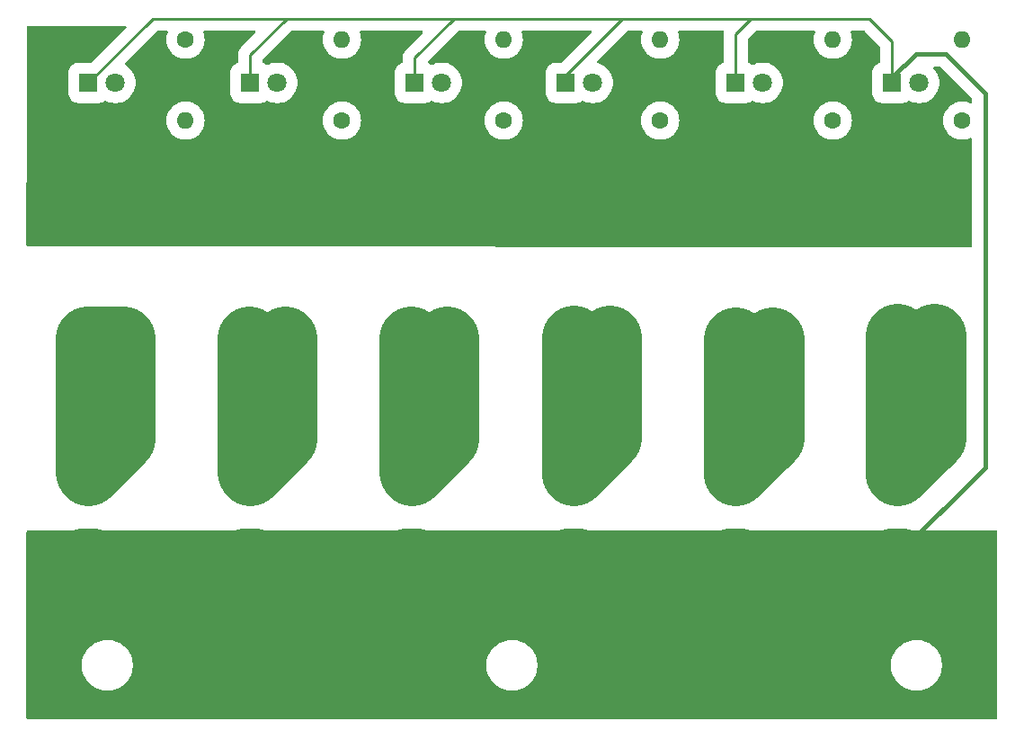
<source format=gtl>
%TF.GenerationSoftware,KiCad,Pcbnew,8.0.8-2.fc41*%
%TF.CreationDate,2025-02-20T10:07:06+00:00*%
%TF.ProjectId,PowerPoleFused,506f7765-7250-46f6-9c65-46757365642e,rev?*%
%TF.SameCoordinates,Original*%
%TF.FileFunction,Copper,L1,Top*%
%TF.FilePolarity,Positive*%
%FSLAX46Y46*%
G04 Gerber Fmt 4.6, Leading zero omitted, Abs format (unit mm)*
G04 Created by KiCad (PCBNEW 8.0.8-2.fc41) date 2025-02-20 10:07:06*
%MOMM*%
%LPD*%
G01*
G04 APERTURE LIST*
%TA.AperFunction,ComponentPad*%
%ADD10R,1.800000X1.800000*%
%TD*%
%TA.AperFunction,ComponentPad*%
%ADD11C,1.800000*%
%TD*%
%TA.AperFunction,ComponentPad*%
%ADD12O,6.000000X5.500000*%
%TD*%
%TA.AperFunction,ComponentPad*%
%ADD13O,1.600000X1.600000*%
%TD*%
%TA.AperFunction,ComponentPad*%
%ADD14C,1.600000*%
%TD*%
%TA.AperFunction,ComponentPad*%
%ADD15C,2.400000*%
%TD*%
%TA.AperFunction,Conductor*%
%ADD16C,6.000000*%
%TD*%
%TA.AperFunction,Conductor*%
%ADD17C,0.400000*%
%TD*%
%TA.AperFunction,Conductor*%
%ADD18C,0.250000*%
%TD*%
G04 APERTURE END LIST*
D10*
%TO.P,D3,1,K*%
%TO.N,0*%
X85085000Y-50800000D03*
D11*
%TO.P,D3,2,A*%
%TO.N,Net-(D3-A)*%
X87625000Y-50800000D03*
%TD*%
D12*
%TO.P,J3,1,+ve*%
%TO.N,Net-(J3-+ve)*%
X84836000Y-87604000D03*
%TO.P,J3,2,-ve*%
%TO.N,0*%
X84836000Y-95504000D03*
%TD*%
D10*
%TO.P,D4,1,K*%
%TO.N,0*%
X99309000Y-50800000D03*
D11*
%TO.P,D4,2,A*%
%TO.N,Net-(D4-A)*%
X101849000Y-50800000D03*
%TD*%
D10*
%TO.P,D1,1,K*%
%TO.N,0*%
X54356000Y-50800000D03*
D11*
%TO.P,D1,2,A*%
%TO.N,Net-(D1-A)*%
X56896000Y-50800000D03*
%TD*%
D10*
%TO.P,D5,1,K*%
%TO.N,0*%
X115316000Y-50800000D03*
D11*
%TO.P,D5,2,A*%
%TO.N,Net-(D5-A)*%
X117856000Y-50800000D03*
%TD*%
D12*
%TO.P,J2,1,+ve*%
%TO.N,Net-(J2-+ve)*%
X69596000Y-87604000D03*
%TO.P,J2,2,-ve*%
%TO.N,0*%
X69596000Y-95504000D03*
%TD*%
D13*
%TO.P,R1,2*%
%TO.N,Net-(J1-+ve)*%
X63500000Y-54356000D03*
D14*
%TO.P,R1,1*%
%TO.N,Net-(D1-A)*%
X63500000Y-46736000D03*
%TD*%
D10*
%TO.P,D6,1,K*%
%TO.N,0*%
X130048000Y-50800000D03*
D11*
%TO.P,D6,2,A*%
%TO.N,Net-(D6-A)*%
X132588000Y-50800000D03*
%TD*%
D13*
%TO.P,R5,2*%
%TO.N,Net-(D5-A)*%
X124460000Y-46736000D03*
D14*
%TO.P,R5,1*%
%TO.N,Net-(J5-+ve)*%
X124460000Y-54356000D03*
%TD*%
D13*
%TO.P,R2,2*%
%TO.N,Net-(D2-A)*%
X78232000Y-46736000D03*
D14*
%TO.P,R2,1*%
%TO.N,Net-(J2-+ve)*%
X78232000Y-54356000D03*
%TD*%
D15*
%TO.P,F5,4,4*%
%TO.N,+12V*%
X115316000Y-61137800D03*
%TO.P,F5,3,3*%
X118716000Y-61137800D03*
%TO.P,F5,2,2*%
%TO.N,Net-(J5-+ve)*%
X118716000Y-74607800D03*
%TO.P,F5,1,1*%
X115316000Y-74607800D03*
%TD*%
D13*
%TO.P,R3,2*%
%TO.N,Net-(D3-A)*%
X93472000Y-46736000D03*
D14*
%TO.P,R3,1*%
%TO.N,Net-(J3-+ve)*%
X93472000Y-54356000D03*
%TD*%
D12*
%TO.P,J6,1,+ve*%
%TO.N,Net-(J6-+ve)*%
X130556000Y-87604000D03*
%TO.P,J6,2,-ve*%
%TO.N,0*%
X130556000Y-95504000D03*
%TD*%
%TO.P,J4,1,+ve*%
%TO.N,Net-(J4-+ve)*%
X100076000Y-87604000D03*
%TO.P,J4,2,-ve*%
%TO.N,0*%
X100076000Y-95504000D03*
%TD*%
D15*
%TO.P,F2,4,4*%
%TO.N,+12V*%
X69437500Y-61137800D03*
%TO.P,F2,3,3*%
X72837500Y-61137800D03*
%TO.P,F2,2,2*%
%TO.N,Net-(J2-+ve)*%
X72837500Y-74607800D03*
%TO.P,F2,1,1*%
X69437500Y-74607800D03*
%TD*%
D13*
%TO.P,R4,2*%
%TO.N,Net-(D4-A)*%
X108204000Y-46736000D03*
D14*
%TO.P,R4,1*%
%TO.N,Net-(J4-+ve)*%
X108204000Y-54356000D03*
%TD*%
D10*
%TO.P,D2,1,K*%
%TO.N,0*%
X69596000Y-50800000D03*
D11*
%TO.P,D2,2,A*%
%TO.N,Net-(D2-A)*%
X72136000Y-50800000D03*
%TD*%
D13*
%TO.P,R6,2*%
%TO.N,Net-(D6-A)*%
X136652000Y-46736000D03*
D14*
%TO.P,R6,1*%
%TO.N,Net-(J6-+ve)*%
X136652000Y-54356000D03*
%TD*%
D12*
%TO.P,J1,1,+ve*%
%TO.N,Net-(J1-+ve)*%
X54356000Y-87604000D03*
%TO.P,J1,2,-ve*%
%TO.N,0*%
X54356000Y-95504000D03*
%TD*%
%TO.P,J5,1,+ve*%
%TO.N,Net-(J5-+ve)*%
X115316000Y-87604000D03*
%TO.P,J5,2,-ve*%
%TO.N,0*%
X115316000Y-95504000D03*
%TD*%
D15*
%TO.P,F3,4,4*%
%TO.N,+12V*%
X84677500Y-61137800D03*
%TO.P,F3,3,3*%
X88077500Y-61137800D03*
%TO.P,F3,2,2*%
%TO.N,Net-(J3-+ve)*%
X88077500Y-74607800D03*
%TO.P,F3,1,1*%
X84677500Y-74607800D03*
%TD*%
%TO.P,F4,4,4*%
%TO.N,+12V*%
X100054200Y-61137800D03*
%TO.P,F4,3,3*%
X103454200Y-61137800D03*
%TO.P,F4,2,2*%
%TO.N,Net-(J4-+ve)*%
X103454200Y-74607800D03*
%TO.P,F4,1,1*%
X100054200Y-74607800D03*
%TD*%
%TO.P,F6,4,4*%
%TO.N,+12V*%
X130556000Y-61137800D03*
%TO.P,F6,3,3*%
X133956000Y-61137800D03*
%TO.P,F6,2,2*%
%TO.N,Net-(J6-+ve)*%
X133956000Y-74607800D03*
%TO.P,F6,1,1*%
X130556000Y-74607800D03*
%TD*%
%TO.P,F1,4,4*%
%TO.N,+12V*%
X54197500Y-61137800D03*
%TO.P,F1,3,3*%
X57597500Y-61137800D03*
%TO.P,F1,2,2*%
%TO.N,Net-(J1-+ve)*%
X57597500Y-74607800D03*
%TO.P,F1,1,1*%
X54197500Y-74607800D03*
%TD*%
D16*
%TO.N,Net-(J1-+ve)*%
X54197500Y-74807000D02*
X57597500Y-74807000D01*
D17*
X57839800Y-74807000D02*
X54197500Y-74807000D01*
X57597500Y-74807000D02*
X57839800Y-74807000D01*
D16*
X54197500Y-74807000D02*
X54197500Y-78232000D01*
X54197500Y-78232000D02*
X54197500Y-87445500D01*
D17*
X57839800Y-74807000D02*
X57886600Y-74853800D01*
D16*
X57597500Y-84362500D02*
X54356000Y-87604000D01*
X57597500Y-74807000D02*
X57597500Y-84362500D01*
X54197500Y-87445500D02*
X54356000Y-87604000D01*
%TO.N,Net-(J2-+ve)*%
X69514100Y-78130400D02*
X72837500Y-74807000D01*
X72837500Y-74807000D02*
X72837500Y-84362500D01*
X69437500Y-78130400D02*
X69437500Y-87445500D01*
X69437500Y-74807000D02*
X69437500Y-78130400D01*
X69437500Y-87445500D02*
X69596000Y-87604000D01*
X72837500Y-84362500D02*
X69596000Y-87604000D01*
X69437500Y-78130400D02*
X69514100Y-78130400D01*
%TO.N,Net-(J3-+ve)*%
X84677500Y-77978000D02*
X84677500Y-87445500D01*
X84906500Y-77978000D02*
X88077500Y-74807000D01*
X84677500Y-87445500D02*
X84836000Y-87604000D01*
X84677500Y-77978000D02*
X84906500Y-77978000D01*
X88077500Y-84362500D02*
X84836000Y-87604000D01*
X88077500Y-74807000D02*
X88077500Y-84362500D01*
X84677500Y-74807000D02*
X84677500Y-77978000D01*
%TO.N,Net-(J4-+ve)*%
X100076000Y-87604000D02*
X100076000Y-78138400D01*
X100076000Y-78138400D02*
X103454200Y-74760200D01*
X103454200Y-74760200D02*
X103454200Y-84225800D01*
X100054200Y-87582200D02*
X100076000Y-87604000D01*
X100054200Y-74760200D02*
X100054200Y-87582200D01*
X103454200Y-84225800D02*
X100076000Y-87604000D01*
%TO.N,Net-(J5-+ve)*%
X115316000Y-74938000D02*
X115316000Y-78181200D01*
X118716000Y-74938000D02*
X118716000Y-84204000D01*
X115316000Y-78181200D02*
X115316000Y-87604000D01*
X115316000Y-78181200D02*
X115472800Y-78181200D01*
X118716000Y-84204000D02*
X115316000Y-87604000D01*
X115472800Y-78181200D02*
X118716000Y-74938000D01*
%TO.N,Net-(J6-+ve)*%
X130556000Y-78007800D02*
X133956000Y-74607800D01*
X130556000Y-87604000D02*
X130556000Y-78007800D01*
X130556000Y-87604000D02*
X130556000Y-74607800D01*
X133956000Y-84204000D02*
X130556000Y-87604000D01*
X133956000Y-74607800D02*
X133956000Y-84204000D01*
D18*
%TO.N,0*%
X130048000Y-46939200D02*
X127889000Y-44780200D01*
D17*
X130556000Y-95254000D02*
X138785600Y-87024400D01*
X135051800Y-48056800D02*
X132283200Y-48056800D01*
D18*
X88747600Y-44780200D02*
X72999600Y-44780200D01*
X99309000Y-50119200D02*
X104648000Y-44780200D01*
X60375800Y-44780200D02*
X54356000Y-50800000D01*
X127889000Y-44780200D02*
X116738400Y-44780200D01*
X72999600Y-44780200D02*
X60375800Y-44780200D01*
X104648000Y-44780200D02*
X88747600Y-44780200D01*
X130048000Y-50292000D02*
X130048000Y-46939200D01*
D17*
X69596000Y-51282600D02*
X69596000Y-50800000D01*
D18*
X69596000Y-50800000D02*
X69596000Y-48183800D01*
D17*
X130048000Y-50749200D02*
X130048000Y-50292000D01*
D18*
X85085000Y-50800000D02*
X85085000Y-48442800D01*
X115316000Y-50800000D02*
X115316000Y-46202600D01*
X99309000Y-50800000D02*
X99309000Y-50119200D01*
X69596000Y-48183800D02*
X72999600Y-44780200D01*
X116738400Y-44780200D02*
X104648000Y-44780200D01*
D17*
X132283200Y-48056800D02*
X130048000Y-50292000D01*
D18*
X115316000Y-46202600D02*
X116738400Y-44780200D01*
D17*
X138785600Y-51790600D02*
X135051800Y-48056800D01*
X138785600Y-87024400D02*
X138785600Y-51790600D01*
D18*
X85085000Y-48442800D02*
X88747600Y-44780200D01*
D17*
X130556000Y-95504000D02*
X130556000Y-95254000D01*
%TD*%
%TA.AperFunction,Conductor*%
%TO.N,0*%
G36*
X139903539Y-92983685D02*
G01*
X139949294Y-93036489D01*
X139960500Y-93088000D01*
X139960500Y-110620000D01*
X139940815Y-110687039D01*
X139888011Y-110732794D01*
X139836500Y-110744000D01*
X48644500Y-110744000D01*
X48577461Y-110724315D01*
X48531706Y-110671511D01*
X48520500Y-110620000D01*
X48520500Y-105529186D01*
X53740000Y-105529186D01*
X53740000Y-105798813D01*
X53770186Y-106066719D01*
X53770188Y-106066731D01*
X53830184Y-106329594D01*
X53830187Y-106329602D01*
X53919234Y-106584082D01*
X54036214Y-106826994D01*
X54036216Y-106826997D01*
X54179662Y-107055289D01*
X54347766Y-107266085D01*
X54538415Y-107456734D01*
X54749211Y-107624838D01*
X54977503Y-107768284D01*
X55220421Y-107885267D01*
X55411549Y-107952145D01*
X55474897Y-107974312D01*
X55474905Y-107974315D01*
X55474908Y-107974315D01*
X55474909Y-107974316D01*
X55737768Y-108034312D01*
X56005687Y-108064499D01*
X56005688Y-108064500D01*
X56005691Y-108064500D01*
X56275312Y-108064500D01*
X56275312Y-108064499D01*
X56543232Y-108034312D01*
X56806091Y-107974316D01*
X57060579Y-107885267D01*
X57303497Y-107768284D01*
X57531789Y-107624838D01*
X57742585Y-107456734D01*
X57933234Y-107266085D01*
X58101338Y-107055289D01*
X58244784Y-106826997D01*
X58361767Y-106584079D01*
X58450816Y-106329591D01*
X58510812Y-106066732D01*
X58541000Y-105798809D01*
X58541000Y-105529191D01*
X58540999Y-105529186D01*
X91840000Y-105529186D01*
X91840000Y-105798813D01*
X91870186Y-106066719D01*
X91870188Y-106066731D01*
X91930184Y-106329594D01*
X91930187Y-106329602D01*
X92019234Y-106584082D01*
X92136214Y-106826994D01*
X92136216Y-106826997D01*
X92279662Y-107055289D01*
X92447766Y-107266085D01*
X92638415Y-107456734D01*
X92849211Y-107624838D01*
X93077503Y-107768284D01*
X93320421Y-107885267D01*
X93511549Y-107952145D01*
X93574897Y-107974312D01*
X93574905Y-107974315D01*
X93574908Y-107974315D01*
X93574909Y-107974316D01*
X93837768Y-108034312D01*
X94105687Y-108064499D01*
X94105688Y-108064500D01*
X94105691Y-108064500D01*
X94375312Y-108064500D01*
X94375312Y-108064499D01*
X94643232Y-108034312D01*
X94906091Y-107974316D01*
X95160579Y-107885267D01*
X95403497Y-107768284D01*
X95631789Y-107624838D01*
X95842585Y-107456734D01*
X96033234Y-107266085D01*
X96201338Y-107055289D01*
X96344784Y-106826997D01*
X96461767Y-106584079D01*
X96550816Y-106329591D01*
X96610812Y-106066732D01*
X96641000Y-105798809D01*
X96641000Y-105529191D01*
X96640999Y-105529186D01*
X129940000Y-105529186D01*
X129940000Y-105798813D01*
X129970186Y-106066719D01*
X129970188Y-106066731D01*
X130030184Y-106329594D01*
X130030187Y-106329602D01*
X130119234Y-106584082D01*
X130236214Y-106826994D01*
X130236216Y-106826997D01*
X130379662Y-107055289D01*
X130547766Y-107266085D01*
X130738415Y-107456734D01*
X130949211Y-107624838D01*
X131177503Y-107768284D01*
X131420421Y-107885267D01*
X131611549Y-107952145D01*
X131674897Y-107974312D01*
X131674905Y-107974315D01*
X131674908Y-107974315D01*
X131674909Y-107974316D01*
X131937768Y-108034312D01*
X132205687Y-108064499D01*
X132205688Y-108064500D01*
X132205691Y-108064500D01*
X132475312Y-108064500D01*
X132475312Y-108064499D01*
X132743232Y-108034312D01*
X133006091Y-107974316D01*
X133260579Y-107885267D01*
X133503497Y-107768284D01*
X133731789Y-107624838D01*
X133942585Y-107456734D01*
X134133234Y-107266085D01*
X134301338Y-107055289D01*
X134444784Y-106826997D01*
X134561767Y-106584079D01*
X134650816Y-106329591D01*
X134710812Y-106066732D01*
X134741000Y-105798809D01*
X134741000Y-105529191D01*
X134710812Y-105261268D01*
X134650816Y-104998409D01*
X134561767Y-104743921D01*
X134444784Y-104501003D01*
X134301338Y-104272711D01*
X134133234Y-104061915D01*
X133942585Y-103871266D01*
X133731789Y-103703162D01*
X133503497Y-103559716D01*
X133503494Y-103559714D01*
X133260582Y-103442734D01*
X133006102Y-103353687D01*
X133006094Y-103353684D01*
X132808946Y-103308687D01*
X132743232Y-103293688D01*
X132743228Y-103293687D01*
X132743219Y-103293686D01*
X132475313Y-103263500D01*
X132475309Y-103263500D01*
X132205691Y-103263500D01*
X132205686Y-103263500D01*
X131937780Y-103293686D01*
X131937768Y-103293688D01*
X131674905Y-103353684D01*
X131674897Y-103353687D01*
X131420417Y-103442734D01*
X131177505Y-103559714D01*
X130949212Y-103703161D01*
X130738415Y-103871265D01*
X130547765Y-104061915D01*
X130379661Y-104272712D01*
X130236214Y-104501005D01*
X130119234Y-104743917D01*
X130030187Y-104998397D01*
X130030184Y-104998405D01*
X129970188Y-105261268D01*
X129970186Y-105261280D01*
X129940000Y-105529186D01*
X96640999Y-105529186D01*
X96610812Y-105261268D01*
X96550816Y-104998409D01*
X96461767Y-104743921D01*
X96344784Y-104501003D01*
X96201338Y-104272711D01*
X96033234Y-104061915D01*
X95842585Y-103871266D01*
X95631789Y-103703162D01*
X95403497Y-103559716D01*
X95403494Y-103559714D01*
X95160582Y-103442734D01*
X94906102Y-103353687D01*
X94906094Y-103353684D01*
X94708946Y-103308687D01*
X94643232Y-103293688D01*
X94643228Y-103293687D01*
X94643219Y-103293686D01*
X94375313Y-103263500D01*
X94375309Y-103263500D01*
X94105691Y-103263500D01*
X94105686Y-103263500D01*
X93837780Y-103293686D01*
X93837768Y-103293688D01*
X93574905Y-103353684D01*
X93574897Y-103353687D01*
X93320417Y-103442734D01*
X93077505Y-103559714D01*
X92849212Y-103703161D01*
X92638415Y-103871265D01*
X92447765Y-104061915D01*
X92279661Y-104272712D01*
X92136214Y-104501005D01*
X92019234Y-104743917D01*
X91930187Y-104998397D01*
X91930184Y-104998405D01*
X91870188Y-105261268D01*
X91870186Y-105261280D01*
X91840000Y-105529186D01*
X58540999Y-105529186D01*
X58510812Y-105261268D01*
X58450816Y-104998409D01*
X58361767Y-104743921D01*
X58244784Y-104501003D01*
X58101338Y-104272711D01*
X57933234Y-104061915D01*
X57742585Y-103871266D01*
X57531789Y-103703162D01*
X57303497Y-103559716D01*
X57303494Y-103559714D01*
X57060582Y-103442734D01*
X56806102Y-103353687D01*
X56806094Y-103353684D01*
X56608946Y-103308687D01*
X56543232Y-103293688D01*
X56543228Y-103293687D01*
X56543219Y-103293686D01*
X56275313Y-103263500D01*
X56275309Y-103263500D01*
X56005691Y-103263500D01*
X56005686Y-103263500D01*
X55737780Y-103293686D01*
X55737768Y-103293688D01*
X55474905Y-103353684D01*
X55474897Y-103353687D01*
X55220417Y-103442734D01*
X54977505Y-103559714D01*
X54749212Y-103703161D01*
X54538415Y-103871265D01*
X54347765Y-104061915D01*
X54179661Y-104272712D01*
X54036214Y-104501005D01*
X53919234Y-104743917D01*
X53830187Y-104998397D01*
X53830184Y-104998405D01*
X53770188Y-105261268D01*
X53770186Y-105261280D01*
X53740000Y-105529186D01*
X48520500Y-105529186D01*
X48520500Y-93088000D01*
X48540185Y-93020961D01*
X48592989Y-92975206D01*
X48644500Y-92964000D01*
X139836500Y-92964000D01*
X139903539Y-92983685D01*
G37*
%TD.AperFunction*%
%TD*%
%TA.AperFunction,Conductor*%
%TO.N,+12V*%
G36*
X57819225Y-45445786D02*
G01*
X57886251Y-45465507D01*
X57931976Y-45518337D01*
X57941881Y-45587501D01*
X57912820Y-45651040D01*
X57906834Y-45657466D01*
X54701120Y-48863181D01*
X54639797Y-48896666D01*
X54613439Y-48899500D01*
X53397971Y-48899500D01*
X53397965Y-48899500D01*
X53397964Y-48899501D01*
X53386316Y-48900536D01*
X53278584Y-48910113D01*
X53082954Y-48966089D01*
X52992772Y-49013196D01*
X52902593Y-49060302D01*
X52902591Y-49060303D01*
X52902590Y-49060304D01*
X52744890Y-49188890D01*
X52623336Y-49337966D01*
X52616302Y-49346593D01*
X52609284Y-49360029D01*
X52522089Y-49526954D01*
X52466114Y-49722583D01*
X52466113Y-49722586D01*
X52455500Y-49841966D01*
X52455500Y-51758028D01*
X52455501Y-51758034D01*
X52466113Y-51877415D01*
X52522089Y-52073045D01*
X52522090Y-52073048D01*
X52522091Y-52073049D01*
X52616302Y-52253407D01*
X52616304Y-52253409D01*
X52744890Y-52411109D01*
X52810816Y-52464864D01*
X52902593Y-52539698D01*
X53082951Y-52633909D01*
X53278582Y-52689886D01*
X53397963Y-52700500D01*
X55314036Y-52700499D01*
X55433418Y-52689886D01*
X55629049Y-52633909D01*
X55809407Y-52539698D01*
X55867936Y-52491972D01*
X55932330Y-52464864D01*
X56001160Y-52476873D01*
X56005723Y-52479243D01*
X56104481Y-52533169D01*
X56104480Y-52533169D01*
X56104484Y-52533170D01*
X56104487Y-52533172D01*
X56359199Y-52628175D01*
X56624840Y-52685961D01*
X56876605Y-52703967D01*
X56895999Y-52705355D01*
X56896000Y-52705355D01*
X56896001Y-52705355D01*
X56914100Y-52704060D01*
X57167160Y-52685961D01*
X57432801Y-52628175D01*
X57687513Y-52533172D01*
X57687517Y-52533169D01*
X57687519Y-52533169D01*
X57911055Y-52411109D01*
X57926113Y-52402887D01*
X58143742Y-52239971D01*
X58335971Y-52047742D01*
X58498887Y-51830113D01*
X58629172Y-51591513D01*
X58724175Y-51336801D01*
X58781961Y-51071160D01*
X58801355Y-50800000D01*
X58781961Y-50528840D01*
X58724175Y-50263199D01*
X58629172Y-50008487D01*
X58629170Y-50008484D01*
X58629169Y-50008480D01*
X58498890Y-49769892D01*
X58498889Y-49769891D01*
X58498887Y-49769887D01*
X58335971Y-49552258D01*
X58335966Y-49552253D01*
X58335961Y-49552247D01*
X58143752Y-49360038D01*
X58143746Y-49360033D01*
X58143742Y-49360029D01*
X57926113Y-49197113D01*
X57926108Y-49197110D01*
X57926107Y-49197109D01*
X57828598Y-49143865D01*
X57779193Y-49094460D01*
X57764341Y-49026187D01*
X57788758Y-48960722D01*
X57800337Y-48947359D01*
X60805679Y-45942019D01*
X60867002Y-45908534D01*
X60893360Y-45905700D01*
X61709790Y-45905700D01*
X61776829Y-45925385D01*
X61822584Y-45978189D01*
X61832528Y-46047347D01*
X61825218Y-46075003D01*
X61774666Y-46203804D01*
X61774664Y-46203811D01*
X61714616Y-46466898D01*
X61694451Y-46735995D01*
X61694451Y-46736004D01*
X61714616Y-47005101D01*
X61772123Y-47257055D01*
X61774666Y-47268195D01*
X61873257Y-47519398D01*
X62008185Y-47753102D01*
X62087779Y-47852909D01*
X62176442Y-47964089D01*
X62317770Y-48095221D01*
X62374259Y-48147635D01*
X62597226Y-48299651D01*
X62840359Y-48416738D01*
X63098228Y-48496280D01*
X63098229Y-48496280D01*
X63098232Y-48496281D01*
X63365063Y-48536499D01*
X63365068Y-48536499D01*
X63365071Y-48536500D01*
X63365072Y-48536500D01*
X63634928Y-48536500D01*
X63634929Y-48536500D01*
X63634936Y-48536499D01*
X63901767Y-48496281D01*
X63901768Y-48496280D01*
X63901772Y-48496280D01*
X64159641Y-48416738D01*
X64402775Y-48299651D01*
X64625741Y-48147635D01*
X64779259Y-48005190D01*
X64823557Y-47964089D01*
X64823557Y-47964087D01*
X64823561Y-47964085D01*
X64991815Y-47753102D01*
X65126743Y-47519398D01*
X65225334Y-47268195D01*
X65285383Y-47005103D01*
X65301316Y-46792490D01*
X65305549Y-46736004D01*
X65305549Y-46735995D01*
X65285383Y-46466898D01*
X65271951Y-46408049D01*
X65225334Y-46203805D01*
X65174781Y-46075001D01*
X65168613Y-46005406D01*
X65201050Y-45943522D01*
X65261795Y-45909000D01*
X65290210Y-45905700D01*
X69983041Y-45905700D01*
X70050080Y-45925385D01*
X70095835Y-45978189D01*
X70105779Y-46047347D01*
X70076754Y-46110903D01*
X70070722Y-46117381D01*
X68737519Y-47450583D01*
X68737519Y-47450584D01*
X68737517Y-47450586D01*
X68692796Y-47512138D01*
X68633386Y-47593909D01*
X68552957Y-47751757D01*
X68552956Y-47751760D01*
X68498214Y-47920243D01*
X68470500Y-48095221D01*
X68470500Y-48830376D01*
X68450815Y-48897415D01*
X68398011Y-48943170D01*
X68380614Y-48949590D01*
X68359495Y-48955634D01*
X68322953Y-48966090D01*
X68322951Y-48966090D01*
X68322951Y-48966091D01*
X68142593Y-49060302D01*
X68142591Y-49060303D01*
X68142590Y-49060304D01*
X67984890Y-49188890D01*
X67863336Y-49337966D01*
X67856302Y-49346593D01*
X67849284Y-49360029D01*
X67762089Y-49526954D01*
X67706114Y-49722583D01*
X67706113Y-49722586D01*
X67695500Y-49841966D01*
X67695500Y-51758028D01*
X67695501Y-51758034D01*
X67706113Y-51877415D01*
X67762089Y-52073045D01*
X67762090Y-52073048D01*
X67762091Y-52073049D01*
X67856302Y-52253407D01*
X67856304Y-52253409D01*
X67984890Y-52411109D01*
X68050816Y-52464864D01*
X68142593Y-52539698D01*
X68322951Y-52633909D01*
X68518582Y-52689886D01*
X68637963Y-52700500D01*
X70554036Y-52700499D01*
X70673418Y-52689886D01*
X70869049Y-52633909D01*
X71049407Y-52539698D01*
X71107936Y-52491972D01*
X71172330Y-52464864D01*
X71241160Y-52476873D01*
X71245723Y-52479243D01*
X71344481Y-52533169D01*
X71344480Y-52533169D01*
X71344484Y-52533170D01*
X71344487Y-52533172D01*
X71599199Y-52628175D01*
X71864840Y-52685961D01*
X72116605Y-52703967D01*
X72135999Y-52705355D01*
X72136000Y-52705355D01*
X72136001Y-52705355D01*
X72154100Y-52704060D01*
X72407160Y-52685961D01*
X72672801Y-52628175D01*
X72927513Y-52533172D01*
X72927517Y-52533169D01*
X72927519Y-52533169D01*
X73151055Y-52411109D01*
X73166113Y-52402887D01*
X73383742Y-52239971D01*
X73575971Y-52047742D01*
X73738887Y-51830113D01*
X73869172Y-51591513D01*
X73964175Y-51336801D01*
X74021961Y-51071160D01*
X74041355Y-50800000D01*
X74021961Y-50528840D01*
X73964175Y-50263199D01*
X73869172Y-50008487D01*
X73869170Y-50008484D01*
X73869169Y-50008480D01*
X73738890Y-49769892D01*
X73738889Y-49769891D01*
X73738887Y-49769887D01*
X73575971Y-49552258D01*
X73575966Y-49552253D01*
X73575961Y-49552247D01*
X73383752Y-49360038D01*
X73383746Y-49360033D01*
X73383742Y-49360029D01*
X73166113Y-49197113D01*
X73166108Y-49197110D01*
X73166107Y-49197109D01*
X72927518Y-49066830D01*
X72927519Y-49066830D01*
X72877920Y-49048330D01*
X72672801Y-48971825D01*
X72672794Y-48971823D01*
X72672793Y-48971823D01*
X72407167Y-48914040D01*
X72407160Y-48914039D01*
X72136001Y-48894645D01*
X72135999Y-48894645D01*
X71864839Y-48914039D01*
X71864832Y-48914040D01*
X71599206Y-48971823D01*
X71599202Y-48971824D01*
X71599199Y-48971825D01*
X71458107Y-49024449D01*
X71344483Y-49066829D01*
X71245722Y-49120757D01*
X71177449Y-49135608D01*
X71111985Y-49111191D01*
X71107954Y-49108040D01*
X71049407Y-49060302D01*
X70869049Y-48966091D01*
X70869042Y-48966089D01*
X70846903Y-48959754D01*
X70811387Y-48949591D01*
X70752350Y-48912224D01*
X70722887Y-48848870D01*
X70721500Y-48830376D01*
X70721500Y-48701359D01*
X70741185Y-48634320D01*
X70757819Y-48613678D01*
X73429478Y-45942019D01*
X73490801Y-45908534D01*
X73517159Y-45905700D01*
X76441790Y-45905700D01*
X76508829Y-45925385D01*
X76554584Y-45978189D01*
X76564528Y-46047347D01*
X76557218Y-46075003D01*
X76506666Y-46203804D01*
X76506664Y-46203811D01*
X76446616Y-46466898D01*
X76426451Y-46735995D01*
X76426451Y-46736004D01*
X76446616Y-47005101D01*
X76504123Y-47257055D01*
X76506666Y-47268195D01*
X76605257Y-47519398D01*
X76740185Y-47753102D01*
X76819779Y-47852909D01*
X76908442Y-47964089D01*
X77049770Y-48095221D01*
X77106259Y-48147635D01*
X77329226Y-48299651D01*
X77572359Y-48416738D01*
X77830228Y-48496280D01*
X77830229Y-48496280D01*
X77830232Y-48496281D01*
X78097063Y-48536499D01*
X78097068Y-48536499D01*
X78097071Y-48536500D01*
X78097072Y-48536500D01*
X78366928Y-48536500D01*
X78366929Y-48536500D01*
X78366936Y-48536499D01*
X78633767Y-48496281D01*
X78633768Y-48496280D01*
X78633772Y-48496280D01*
X78891641Y-48416738D01*
X79134775Y-48299651D01*
X79357741Y-48147635D01*
X79511259Y-48005190D01*
X79555557Y-47964089D01*
X79555557Y-47964087D01*
X79555561Y-47964085D01*
X79723815Y-47753102D01*
X79858743Y-47519398D01*
X79957334Y-47268195D01*
X80017383Y-47005103D01*
X80033316Y-46792490D01*
X80037549Y-46736004D01*
X80037549Y-46735995D01*
X80017383Y-46466898D01*
X80003951Y-46408049D01*
X79957334Y-46203805D01*
X79906781Y-46075001D01*
X79900613Y-46005406D01*
X79933050Y-45943522D01*
X79993795Y-45909000D01*
X80022210Y-45905700D01*
X85731041Y-45905700D01*
X85798080Y-45925385D01*
X85843835Y-45978189D01*
X85853779Y-46047347D01*
X85824754Y-46110903D01*
X85818722Y-46117381D01*
X84226519Y-47709583D01*
X84226519Y-47709584D01*
X84226517Y-47709586D01*
X84194901Y-47753102D01*
X84122386Y-47852909D01*
X84088809Y-47918807D01*
X84065738Y-47964089D01*
X84056489Y-47982241D01*
X84056488Y-47982242D01*
X84041956Y-48010760D01*
X84041956Y-48010761D01*
X83996300Y-48151280D01*
X83987214Y-48179243D01*
X83987213Y-48179248D01*
X83959500Y-48354221D01*
X83959500Y-48830376D01*
X83939815Y-48897415D01*
X83887011Y-48943170D01*
X83869614Y-48949590D01*
X83848495Y-48955634D01*
X83811953Y-48966090D01*
X83811951Y-48966090D01*
X83811951Y-48966091D01*
X83631593Y-49060302D01*
X83631591Y-49060303D01*
X83631590Y-49060304D01*
X83473890Y-49188890D01*
X83352336Y-49337966D01*
X83345302Y-49346593D01*
X83338284Y-49360029D01*
X83251089Y-49526954D01*
X83195114Y-49722583D01*
X83195113Y-49722586D01*
X83184500Y-49841966D01*
X83184500Y-51758028D01*
X83184501Y-51758034D01*
X83195113Y-51877415D01*
X83251089Y-52073045D01*
X83251090Y-52073048D01*
X83251091Y-52073049D01*
X83345302Y-52253407D01*
X83345304Y-52253409D01*
X83473890Y-52411109D01*
X83539816Y-52464864D01*
X83631593Y-52539698D01*
X83811951Y-52633909D01*
X84007582Y-52689886D01*
X84126963Y-52700500D01*
X86043036Y-52700499D01*
X86162418Y-52689886D01*
X86358049Y-52633909D01*
X86538407Y-52539698D01*
X86596936Y-52491972D01*
X86661330Y-52464864D01*
X86730160Y-52476873D01*
X86734723Y-52479243D01*
X86833481Y-52533169D01*
X86833480Y-52533169D01*
X86833484Y-52533170D01*
X86833487Y-52533172D01*
X87088199Y-52628175D01*
X87353840Y-52685961D01*
X87605605Y-52703967D01*
X87624999Y-52705355D01*
X87625000Y-52705355D01*
X87625001Y-52705355D01*
X87643100Y-52704060D01*
X87896160Y-52685961D01*
X88161801Y-52628175D01*
X88416513Y-52533172D01*
X88416517Y-52533169D01*
X88416519Y-52533169D01*
X88640055Y-52411109D01*
X88655113Y-52402887D01*
X88872742Y-52239971D01*
X89064971Y-52047742D01*
X89227887Y-51830113D01*
X89358172Y-51591513D01*
X89453175Y-51336801D01*
X89510961Y-51071160D01*
X89530355Y-50800000D01*
X89510961Y-50528840D01*
X89453175Y-50263199D01*
X89358172Y-50008487D01*
X89358170Y-50008484D01*
X89358169Y-50008480D01*
X89227890Y-49769892D01*
X89227889Y-49769891D01*
X89227887Y-49769887D01*
X89064971Y-49552258D01*
X89064966Y-49552253D01*
X89064961Y-49552247D01*
X88872752Y-49360038D01*
X88872746Y-49360033D01*
X88872742Y-49360029D01*
X88655113Y-49197113D01*
X88655108Y-49197110D01*
X88655107Y-49197109D01*
X88416518Y-49066830D01*
X88416519Y-49066830D01*
X88366920Y-49048330D01*
X88161801Y-48971825D01*
X88161794Y-48971823D01*
X88161793Y-48971823D01*
X87896167Y-48914040D01*
X87896160Y-48914039D01*
X87625001Y-48894645D01*
X87624999Y-48894645D01*
X87353839Y-48914039D01*
X87353832Y-48914040D01*
X87088206Y-48971823D01*
X87088202Y-48971824D01*
X87088199Y-48971825D01*
X86947107Y-49024449D01*
X86833483Y-49066829D01*
X86734722Y-49120757D01*
X86666449Y-49135608D01*
X86600985Y-49111191D01*
X86596954Y-49108040D01*
X86538407Y-49060302D01*
X86373296Y-48974055D01*
X86322991Y-48925570D01*
X86306884Y-48857582D01*
X86330091Y-48791679D01*
X86343023Y-48776473D01*
X89177479Y-45942019D01*
X89238802Y-45908534D01*
X89265160Y-45905700D01*
X91681790Y-45905700D01*
X91748829Y-45925385D01*
X91794584Y-45978189D01*
X91804528Y-46047347D01*
X91797218Y-46075003D01*
X91746666Y-46203804D01*
X91746664Y-46203811D01*
X91686616Y-46466898D01*
X91666451Y-46735995D01*
X91666451Y-46736004D01*
X91686616Y-47005101D01*
X91744123Y-47257055D01*
X91746666Y-47268195D01*
X91845257Y-47519398D01*
X91980185Y-47753102D01*
X92059779Y-47852909D01*
X92148442Y-47964089D01*
X92289770Y-48095221D01*
X92346259Y-48147635D01*
X92569226Y-48299651D01*
X92812359Y-48416738D01*
X93070228Y-48496280D01*
X93070229Y-48496280D01*
X93070232Y-48496281D01*
X93337063Y-48536499D01*
X93337068Y-48536499D01*
X93337071Y-48536500D01*
X93337072Y-48536500D01*
X93606928Y-48536500D01*
X93606929Y-48536500D01*
X93606936Y-48536499D01*
X93873767Y-48496281D01*
X93873768Y-48496280D01*
X93873772Y-48496280D01*
X94131641Y-48416738D01*
X94374775Y-48299651D01*
X94597741Y-48147635D01*
X94751259Y-48005190D01*
X94795557Y-47964089D01*
X94795557Y-47964087D01*
X94795561Y-47964085D01*
X94963815Y-47753102D01*
X95098743Y-47519398D01*
X95197334Y-47268195D01*
X95257383Y-47005103D01*
X95273316Y-46792490D01*
X95277549Y-46736004D01*
X95277549Y-46735995D01*
X95257383Y-46466898D01*
X95243951Y-46408049D01*
X95197334Y-46203805D01*
X95146781Y-46075001D01*
X95140613Y-46005406D01*
X95173050Y-45943522D01*
X95233795Y-45909000D01*
X95262210Y-45905700D01*
X101631441Y-45905700D01*
X101698480Y-45925385D01*
X101744235Y-45978189D01*
X101754179Y-46047347D01*
X101725154Y-46110903D01*
X101719122Y-46117381D01*
X98973320Y-48863181D01*
X98911997Y-48896666D01*
X98885639Y-48899500D01*
X98350971Y-48899500D01*
X98350965Y-48899500D01*
X98350964Y-48899501D01*
X98339316Y-48900536D01*
X98231584Y-48910113D01*
X98035954Y-48966089D01*
X97945772Y-49013196D01*
X97855593Y-49060302D01*
X97855591Y-49060303D01*
X97855590Y-49060304D01*
X97697890Y-49188890D01*
X97576336Y-49337966D01*
X97569302Y-49346593D01*
X97562284Y-49360029D01*
X97475089Y-49526954D01*
X97419114Y-49722583D01*
X97419113Y-49722586D01*
X97408500Y-49841966D01*
X97408500Y-51758028D01*
X97408501Y-51758034D01*
X97419113Y-51877415D01*
X97475089Y-52073045D01*
X97475090Y-52073048D01*
X97475091Y-52073049D01*
X97569302Y-52253407D01*
X97569304Y-52253409D01*
X97697890Y-52411109D01*
X97763816Y-52464864D01*
X97855593Y-52539698D01*
X98035951Y-52633909D01*
X98231582Y-52689886D01*
X98350963Y-52700500D01*
X100267036Y-52700499D01*
X100386418Y-52689886D01*
X100582049Y-52633909D01*
X100762407Y-52539698D01*
X100820936Y-52491972D01*
X100885330Y-52464864D01*
X100954160Y-52476873D01*
X100958723Y-52479243D01*
X101057481Y-52533169D01*
X101057480Y-52533169D01*
X101057484Y-52533170D01*
X101057487Y-52533172D01*
X101312199Y-52628175D01*
X101577840Y-52685961D01*
X101829605Y-52703967D01*
X101848999Y-52705355D01*
X101849000Y-52705355D01*
X101849001Y-52705355D01*
X101867100Y-52704060D01*
X102120160Y-52685961D01*
X102385801Y-52628175D01*
X102640513Y-52533172D01*
X102640517Y-52533169D01*
X102640519Y-52533169D01*
X102864055Y-52411109D01*
X102879113Y-52402887D01*
X103096742Y-52239971D01*
X103288971Y-52047742D01*
X103451887Y-51830113D01*
X103582172Y-51591513D01*
X103677175Y-51336801D01*
X103734961Y-51071160D01*
X103754355Y-50800000D01*
X103734961Y-50528840D01*
X103677175Y-50263199D01*
X103582172Y-50008487D01*
X103582170Y-50008484D01*
X103582169Y-50008480D01*
X103451890Y-49769892D01*
X103451889Y-49769891D01*
X103451887Y-49769887D01*
X103288971Y-49552258D01*
X103288966Y-49552253D01*
X103288961Y-49552247D01*
X103096752Y-49360038D01*
X103096746Y-49360033D01*
X103096742Y-49360029D01*
X102879113Y-49197113D01*
X102879108Y-49197110D01*
X102879107Y-49197109D01*
X102640518Y-49066830D01*
X102640519Y-49066830D01*
X102531551Y-49026187D01*
X102385801Y-48971825D01*
X102385798Y-48971824D01*
X102385792Y-48971822D01*
X102330312Y-48959754D01*
X102268988Y-48926270D01*
X102235503Y-48864947D01*
X102240487Y-48795255D01*
X102268986Y-48750909D01*
X105077878Y-45942019D01*
X105139201Y-45908534D01*
X105165559Y-45905700D01*
X106413790Y-45905700D01*
X106480829Y-45925385D01*
X106526584Y-45978189D01*
X106536528Y-46047347D01*
X106529218Y-46075003D01*
X106478666Y-46203804D01*
X106478664Y-46203811D01*
X106418616Y-46466898D01*
X106398451Y-46735995D01*
X106398451Y-46736004D01*
X106418616Y-47005101D01*
X106476123Y-47257055D01*
X106478666Y-47268195D01*
X106577257Y-47519398D01*
X106712185Y-47753102D01*
X106791779Y-47852909D01*
X106880442Y-47964089D01*
X107021770Y-48095221D01*
X107078259Y-48147635D01*
X107301226Y-48299651D01*
X107544359Y-48416738D01*
X107802228Y-48496280D01*
X107802229Y-48496280D01*
X107802232Y-48496281D01*
X108069063Y-48536499D01*
X108069068Y-48536499D01*
X108069071Y-48536500D01*
X108069072Y-48536500D01*
X108338928Y-48536500D01*
X108338929Y-48536500D01*
X108338936Y-48536499D01*
X108605767Y-48496281D01*
X108605768Y-48496280D01*
X108605772Y-48496280D01*
X108863641Y-48416738D01*
X109106775Y-48299651D01*
X109329741Y-48147635D01*
X109483259Y-48005190D01*
X109527557Y-47964089D01*
X109527557Y-47964087D01*
X109527561Y-47964085D01*
X109695815Y-47753102D01*
X109830743Y-47519398D01*
X109929334Y-47268195D01*
X109989383Y-47005103D01*
X110005316Y-46792490D01*
X110009549Y-46736004D01*
X110009549Y-46735995D01*
X109989383Y-46466898D01*
X109975951Y-46408049D01*
X109929334Y-46203805D01*
X109878781Y-46075001D01*
X109872613Y-46005406D01*
X109905050Y-45943522D01*
X109965795Y-45909000D01*
X109994210Y-45905700D01*
X114078310Y-45905700D01*
X114145349Y-45925385D01*
X114191104Y-45978189D01*
X114201048Y-46047347D01*
X114200783Y-46049098D01*
X114190500Y-46114021D01*
X114190500Y-48830376D01*
X114170815Y-48897415D01*
X114118011Y-48943170D01*
X114100614Y-48949590D01*
X114079495Y-48955634D01*
X114042953Y-48966090D01*
X114042951Y-48966090D01*
X114042951Y-48966091D01*
X113862593Y-49060302D01*
X113862591Y-49060303D01*
X113862590Y-49060304D01*
X113704890Y-49188890D01*
X113583336Y-49337966D01*
X113576302Y-49346593D01*
X113569284Y-49360029D01*
X113482089Y-49526954D01*
X113426114Y-49722583D01*
X113426113Y-49722586D01*
X113415500Y-49841966D01*
X113415500Y-51758028D01*
X113415501Y-51758034D01*
X113426113Y-51877415D01*
X113482089Y-52073045D01*
X113482090Y-52073048D01*
X113482091Y-52073049D01*
X113576302Y-52253407D01*
X113576304Y-52253409D01*
X113704890Y-52411109D01*
X113770816Y-52464864D01*
X113862593Y-52539698D01*
X114042951Y-52633909D01*
X114238582Y-52689886D01*
X114357963Y-52700500D01*
X116274036Y-52700499D01*
X116393418Y-52689886D01*
X116589049Y-52633909D01*
X116769407Y-52539698D01*
X116827936Y-52491972D01*
X116892330Y-52464864D01*
X116961160Y-52476873D01*
X116965723Y-52479243D01*
X117064481Y-52533169D01*
X117064480Y-52533169D01*
X117064484Y-52533170D01*
X117064487Y-52533172D01*
X117319199Y-52628175D01*
X117584840Y-52685961D01*
X117836605Y-52703967D01*
X117855999Y-52705355D01*
X117856000Y-52705355D01*
X117856001Y-52705355D01*
X117874100Y-52704060D01*
X118127160Y-52685961D01*
X118392801Y-52628175D01*
X118647513Y-52533172D01*
X118647517Y-52533169D01*
X118647519Y-52533169D01*
X118871055Y-52411109D01*
X118886113Y-52402887D01*
X119103742Y-52239971D01*
X119295971Y-52047742D01*
X119458887Y-51830113D01*
X119589172Y-51591513D01*
X119684175Y-51336801D01*
X119741961Y-51071160D01*
X119761355Y-50800000D01*
X119741961Y-50528840D01*
X119684175Y-50263199D01*
X119589172Y-50008487D01*
X119589170Y-50008484D01*
X119589169Y-50008480D01*
X119458890Y-49769892D01*
X119458889Y-49769891D01*
X119458887Y-49769887D01*
X119295971Y-49552258D01*
X119295966Y-49552253D01*
X119295961Y-49552247D01*
X119103752Y-49360038D01*
X119103746Y-49360033D01*
X119103742Y-49360029D01*
X118886113Y-49197113D01*
X118886108Y-49197110D01*
X118886107Y-49197109D01*
X118647518Y-49066830D01*
X118647519Y-49066830D01*
X118597920Y-49048330D01*
X118392801Y-48971825D01*
X118392794Y-48971823D01*
X118392793Y-48971823D01*
X118127167Y-48914040D01*
X118127160Y-48914039D01*
X117856001Y-48894645D01*
X117855999Y-48894645D01*
X117584839Y-48914039D01*
X117584832Y-48914040D01*
X117319206Y-48971823D01*
X117319202Y-48971824D01*
X117319199Y-48971825D01*
X117178107Y-49024449D01*
X117064483Y-49066829D01*
X116965722Y-49120757D01*
X116897449Y-49135608D01*
X116831985Y-49111191D01*
X116827954Y-49108040D01*
X116769407Y-49060302D01*
X116589049Y-48966091D01*
X116589042Y-48966089D01*
X116566903Y-48959754D01*
X116531387Y-48949591D01*
X116472350Y-48912224D01*
X116442887Y-48848870D01*
X116441500Y-48830376D01*
X116441500Y-46720159D01*
X116461185Y-46653120D01*
X116477819Y-46632478D01*
X117168278Y-45942019D01*
X117229601Y-45908534D01*
X117255959Y-45905700D01*
X122669790Y-45905700D01*
X122736829Y-45925385D01*
X122782584Y-45978189D01*
X122792528Y-46047347D01*
X122785218Y-46075003D01*
X122734666Y-46203804D01*
X122734664Y-46203811D01*
X122674616Y-46466898D01*
X122654451Y-46735995D01*
X122654451Y-46736004D01*
X122674616Y-47005101D01*
X122732123Y-47257055D01*
X122734666Y-47268195D01*
X122833257Y-47519398D01*
X122968185Y-47753102D01*
X123047779Y-47852909D01*
X123136442Y-47964089D01*
X123277770Y-48095221D01*
X123334259Y-48147635D01*
X123557226Y-48299651D01*
X123800359Y-48416738D01*
X124058228Y-48496280D01*
X124058229Y-48496280D01*
X124058232Y-48496281D01*
X124325063Y-48536499D01*
X124325068Y-48536499D01*
X124325071Y-48536500D01*
X124325072Y-48536500D01*
X124594928Y-48536500D01*
X124594929Y-48536500D01*
X124594936Y-48536499D01*
X124861767Y-48496281D01*
X124861768Y-48496280D01*
X124861772Y-48496280D01*
X125119641Y-48416738D01*
X125362775Y-48299651D01*
X125585741Y-48147635D01*
X125739259Y-48005190D01*
X125783557Y-47964089D01*
X125783557Y-47964087D01*
X125783561Y-47964085D01*
X125951815Y-47753102D01*
X126086743Y-47519398D01*
X126185334Y-47268195D01*
X126245383Y-47005103D01*
X126261316Y-46792490D01*
X126265549Y-46736004D01*
X126265549Y-46735995D01*
X126245383Y-46466898D01*
X126231951Y-46408049D01*
X126185334Y-46203805D01*
X126134781Y-46075001D01*
X126128613Y-46005406D01*
X126161050Y-45943522D01*
X126221795Y-45909000D01*
X126250210Y-45905700D01*
X127371441Y-45905700D01*
X127438480Y-45925385D01*
X127459122Y-45942019D01*
X128886181Y-47369078D01*
X128919666Y-47430401D01*
X128922500Y-47456759D01*
X128922500Y-48830376D01*
X128902815Y-48897415D01*
X128850011Y-48943170D01*
X128832614Y-48949590D01*
X128811495Y-48955634D01*
X128774953Y-48966090D01*
X128774951Y-48966090D01*
X128774951Y-48966091D01*
X128594593Y-49060302D01*
X128594591Y-49060303D01*
X128594590Y-49060304D01*
X128436890Y-49188890D01*
X128315336Y-49337966D01*
X128308302Y-49346593D01*
X128301284Y-49360029D01*
X128214089Y-49526954D01*
X128158114Y-49722583D01*
X128158113Y-49722586D01*
X128147500Y-49841966D01*
X128147500Y-51758028D01*
X128147501Y-51758034D01*
X128158113Y-51877415D01*
X128214089Y-52073045D01*
X128214090Y-52073048D01*
X128214091Y-52073049D01*
X128308302Y-52253407D01*
X128308304Y-52253409D01*
X128436890Y-52411109D01*
X128502816Y-52464864D01*
X128594593Y-52539698D01*
X128774951Y-52633909D01*
X128970582Y-52689886D01*
X129089963Y-52700500D01*
X131006036Y-52700499D01*
X131125418Y-52689886D01*
X131321049Y-52633909D01*
X131501407Y-52539698D01*
X131559936Y-52491972D01*
X131624330Y-52464864D01*
X131693160Y-52476873D01*
X131697723Y-52479243D01*
X131796481Y-52533169D01*
X131796480Y-52533169D01*
X131796484Y-52533170D01*
X131796487Y-52533172D01*
X132051199Y-52628175D01*
X132316840Y-52685961D01*
X132568605Y-52703967D01*
X132587999Y-52705355D01*
X132588000Y-52705355D01*
X132588001Y-52705355D01*
X132606100Y-52704060D01*
X132859160Y-52685961D01*
X133124801Y-52628175D01*
X133379513Y-52533172D01*
X133379517Y-52533169D01*
X133379519Y-52533169D01*
X133603055Y-52411109D01*
X133618113Y-52402887D01*
X133835742Y-52239971D01*
X134027971Y-52047742D01*
X134190887Y-51830113D01*
X134321172Y-51591513D01*
X134416175Y-51336801D01*
X134473961Y-51071160D01*
X134493355Y-50800000D01*
X134473961Y-50528840D01*
X134416175Y-50263199D01*
X134321172Y-50008487D01*
X134321170Y-50008484D01*
X134321169Y-50008480D01*
X134190890Y-49769892D01*
X134190889Y-49769891D01*
X134190887Y-49769887D01*
X134027971Y-49552258D01*
X134027966Y-49552253D01*
X134027961Y-49552247D01*
X133944695Y-49468981D01*
X133911210Y-49407658D01*
X133916194Y-49337966D01*
X133958066Y-49282033D01*
X134023530Y-49257616D01*
X134032376Y-49257300D01*
X134503174Y-49257300D01*
X134570213Y-49276985D01*
X134590855Y-49293619D01*
X137548781Y-52251544D01*
X137582266Y-52312867D01*
X137585100Y-52339225D01*
X137585100Y-52609608D01*
X137565415Y-52676647D01*
X137512611Y-52722402D01*
X137443453Y-52732346D01*
X137407299Y-52721328D01*
X137311643Y-52675263D01*
X137311645Y-52675263D01*
X137053773Y-52595720D01*
X137053767Y-52595718D01*
X136786936Y-52555500D01*
X136786929Y-52555500D01*
X136517071Y-52555500D01*
X136517063Y-52555500D01*
X136250232Y-52595718D01*
X136250226Y-52595720D01*
X135992358Y-52675262D01*
X135749230Y-52792346D01*
X135526258Y-52944365D01*
X135328442Y-53127910D01*
X135160185Y-53338898D01*
X135025258Y-53572599D01*
X135025256Y-53572603D01*
X134926666Y-53823804D01*
X134926664Y-53823811D01*
X134866616Y-54086898D01*
X134846451Y-54355995D01*
X134846451Y-54356004D01*
X134866616Y-54625101D01*
X134926664Y-54888188D01*
X134926666Y-54888195D01*
X135025257Y-55139398D01*
X135160185Y-55373102D01*
X135296080Y-55543509D01*
X135328442Y-55584089D01*
X135515183Y-55757358D01*
X135526259Y-55767635D01*
X135749226Y-55919651D01*
X135992359Y-56036738D01*
X136250228Y-56116280D01*
X136250229Y-56116280D01*
X136250232Y-56116281D01*
X136517063Y-56156499D01*
X136517068Y-56156499D01*
X136517071Y-56156500D01*
X136517072Y-56156500D01*
X136786928Y-56156500D01*
X136786929Y-56156500D01*
X136786936Y-56156499D01*
X137053767Y-56116281D01*
X137053768Y-56116280D01*
X137053772Y-56116280D01*
X137311641Y-56036738D01*
X137407301Y-55990670D01*
X137476239Y-55979319D01*
X137540374Y-56007041D01*
X137579340Y-56065036D01*
X137585100Y-56102391D01*
X137585100Y-66143559D01*
X137565415Y-66210598D01*
X137512611Y-66256353D01*
X137461031Y-66267559D01*
X48644695Y-66217869D01*
X48577666Y-66198147D01*
X48531941Y-66145317D01*
X48520764Y-66093608D01*
X48545791Y-54355995D01*
X61694451Y-54355995D01*
X61694451Y-54356004D01*
X61714616Y-54625101D01*
X61774664Y-54888188D01*
X61774666Y-54888195D01*
X61873257Y-55139398D01*
X62008185Y-55373102D01*
X62144080Y-55543509D01*
X62176442Y-55584089D01*
X62363183Y-55757358D01*
X62374259Y-55767635D01*
X62597226Y-55919651D01*
X62840359Y-56036738D01*
X63098228Y-56116280D01*
X63098229Y-56116280D01*
X63098232Y-56116281D01*
X63365063Y-56156499D01*
X63365068Y-56156499D01*
X63365071Y-56156500D01*
X63365072Y-56156500D01*
X63634928Y-56156500D01*
X63634929Y-56156500D01*
X63634936Y-56156499D01*
X63901767Y-56116281D01*
X63901768Y-56116280D01*
X63901772Y-56116280D01*
X64159641Y-56036738D01*
X64402775Y-55919651D01*
X64625741Y-55767635D01*
X64823561Y-55584085D01*
X64991815Y-55373102D01*
X65126743Y-55139398D01*
X65225334Y-54888195D01*
X65285383Y-54625103D01*
X65305549Y-54356000D01*
X65305549Y-54355995D01*
X76426451Y-54355995D01*
X76426451Y-54356004D01*
X76446616Y-54625101D01*
X76506664Y-54888188D01*
X76506666Y-54888195D01*
X76605257Y-55139398D01*
X76740185Y-55373102D01*
X76876080Y-55543509D01*
X76908442Y-55584089D01*
X77095183Y-55757358D01*
X77106259Y-55767635D01*
X77329226Y-55919651D01*
X77572359Y-56036738D01*
X77830228Y-56116280D01*
X77830229Y-56116280D01*
X77830232Y-56116281D01*
X78097063Y-56156499D01*
X78097068Y-56156499D01*
X78097071Y-56156500D01*
X78097072Y-56156500D01*
X78366928Y-56156500D01*
X78366929Y-56156500D01*
X78366936Y-56156499D01*
X78633767Y-56116281D01*
X78633768Y-56116280D01*
X78633772Y-56116280D01*
X78891641Y-56036738D01*
X79134775Y-55919651D01*
X79357741Y-55767635D01*
X79555561Y-55584085D01*
X79723815Y-55373102D01*
X79858743Y-55139398D01*
X79957334Y-54888195D01*
X80017383Y-54625103D01*
X80037549Y-54356000D01*
X80037549Y-54355995D01*
X91666451Y-54355995D01*
X91666451Y-54356004D01*
X91686616Y-54625101D01*
X91746664Y-54888188D01*
X91746666Y-54888195D01*
X91845257Y-55139398D01*
X91980185Y-55373102D01*
X92116080Y-55543509D01*
X92148442Y-55584089D01*
X92335183Y-55757358D01*
X92346259Y-55767635D01*
X92569226Y-55919651D01*
X92812359Y-56036738D01*
X93070228Y-56116280D01*
X93070229Y-56116280D01*
X93070232Y-56116281D01*
X93337063Y-56156499D01*
X93337068Y-56156499D01*
X93337071Y-56156500D01*
X93337072Y-56156500D01*
X93606928Y-56156500D01*
X93606929Y-56156500D01*
X93606936Y-56156499D01*
X93873767Y-56116281D01*
X93873768Y-56116280D01*
X93873772Y-56116280D01*
X94131641Y-56036738D01*
X94374775Y-55919651D01*
X94597741Y-55767635D01*
X94795561Y-55584085D01*
X94963815Y-55373102D01*
X95098743Y-55139398D01*
X95197334Y-54888195D01*
X95257383Y-54625103D01*
X95277549Y-54356000D01*
X95277549Y-54355995D01*
X106398451Y-54355995D01*
X106398451Y-54356004D01*
X106418616Y-54625101D01*
X106478664Y-54888188D01*
X106478666Y-54888195D01*
X106577257Y-55139398D01*
X106712185Y-55373102D01*
X106848080Y-55543509D01*
X106880442Y-55584089D01*
X107067183Y-55757358D01*
X107078259Y-55767635D01*
X107301226Y-55919651D01*
X107544359Y-56036738D01*
X107802228Y-56116280D01*
X107802229Y-56116280D01*
X107802232Y-56116281D01*
X108069063Y-56156499D01*
X108069068Y-56156499D01*
X108069071Y-56156500D01*
X108069072Y-56156500D01*
X108338928Y-56156500D01*
X108338929Y-56156500D01*
X108338936Y-56156499D01*
X108605767Y-56116281D01*
X108605768Y-56116280D01*
X108605772Y-56116280D01*
X108863641Y-56036738D01*
X109106775Y-55919651D01*
X109329741Y-55767635D01*
X109527561Y-55584085D01*
X109695815Y-55373102D01*
X109830743Y-55139398D01*
X109929334Y-54888195D01*
X109989383Y-54625103D01*
X110009549Y-54356000D01*
X110009549Y-54355995D01*
X122654451Y-54355995D01*
X122654451Y-54356004D01*
X122674616Y-54625101D01*
X122734664Y-54888188D01*
X122734666Y-54888195D01*
X122833257Y-55139398D01*
X122968185Y-55373102D01*
X123104080Y-55543509D01*
X123136442Y-55584089D01*
X123323183Y-55757358D01*
X123334259Y-55767635D01*
X123557226Y-55919651D01*
X123800359Y-56036738D01*
X124058228Y-56116280D01*
X124058229Y-56116280D01*
X124058232Y-56116281D01*
X124325063Y-56156499D01*
X124325068Y-56156499D01*
X124325071Y-56156500D01*
X124325072Y-56156500D01*
X124594928Y-56156500D01*
X124594929Y-56156500D01*
X124594936Y-56156499D01*
X124861767Y-56116281D01*
X124861768Y-56116280D01*
X124861772Y-56116280D01*
X125119641Y-56036738D01*
X125362775Y-55919651D01*
X125585741Y-55767635D01*
X125783561Y-55584085D01*
X125951815Y-55373102D01*
X126086743Y-55139398D01*
X126185334Y-54888195D01*
X126245383Y-54625103D01*
X126265549Y-54356000D01*
X126245383Y-54086897D01*
X126185334Y-53823805D01*
X126086743Y-53572602D01*
X125951815Y-53338898D01*
X125783561Y-53127915D01*
X125783560Y-53127914D01*
X125783557Y-53127910D01*
X125585741Y-52944365D01*
X125362775Y-52792349D01*
X125362769Y-52792346D01*
X125362768Y-52792345D01*
X125362767Y-52792344D01*
X125119643Y-52675263D01*
X125119645Y-52675263D01*
X124861773Y-52595720D01*
X124861767Y-52595718D01*
X124594936Y-52555500D01*
X124594929Y-52555500D01*
X124325071Y-52555500D01*
X124325063Y-52555500D01*
X124058232Y-52595718D01*
X124058226Y-52595720D01*
X123800358Y-52675262D01*
X123557230Y-52792346D01*
X123334258Y-52944365D01*
X123136442Y-53127910D01*
X122968185Y-53338898D01*
X122833258Y-53572599D01*
X122833256Y-53572603D01*
X122734666Y-53823804D01*
X122734664Y-53823811D01*
X122674616Y-54086898D01*
X122654451Y-54355995D01*
X110009549Y-54355995D01*
X109989383Y-54086897D01*
X109929334Y-53823805D01*
X109830743Y-53572602D01*
X109695815Y-53338898D01*
X109527561Y-53127915D01*
X109527560Y-53127914D01*
X109527557Y-53127910D01*
X109329741Y-52944365D01*
X109106775Y-52792349D01*
X109106769Y-52792346D01*
X109106768Y-52792345D01*
X109106767Y-52792344D01*
X108863643Y-52675263D01*
X108863645Y-52675263D01*
X108605773Y-52595720D01*
X108605767Y-52595718D01*
X108338936Y-52555500D01*
X108338929Y-52555500D01*
X108069071Y-52555500D01*
X108069063Y-52555500D01*
X107802232Y-52595718D01*
X107802226Y-52595720D01*
X107544358Y-52675262D01*
X107301230Y-52792346D01*
X107078258Y-52944365D01*
X106880442Y-53127910D01*
X106712185Y-53338898D01*
X106577258Y-53572599D01*
X106577256Y-53572603D01*
X106478666Y-53823804D01*
X106478664Y-53823811D01*
X106418616Y-54086898D01*
X106398451Y-54355995D01*
X95277549Y-54355995D01*
X95257383Y-54086897D01*
X95197334Y-53823805D01*
X95098743Y-53572602D01*
X94963815Y-53338898D01*
X94795561Y-53127915D01*
X94795560Y-53127914D01*
X94795557Y-53127910D01*
X94597741Y-52944365D01*
X94374775Y-52792349D01*
X94374769Y-52792346D01*
X94374768Y-52792345D01*
X94374767Y-52792344D01*
X94131643Y-52675263D01*
X94131645Y-52675263D01*
X93873773Y-52595720D01*
X93873767Y-52595718D01*
X93606936Y-52555500D01*
X93606929Y-52555500D01*
X93337071Y-52555500D01*
X93337063Y-52555500D01*
X93070232Y-52595718D01*
X93070226Y-52595720D01*
X92812358Y-52675262D01*
X92569230Y-52792346D01*
X92346258Y-52944365D01*
X92148442Y-53127910D01*
X91980185Y-53338898D01*
X91845258Y-53572599D01*
X91845256Y-53572603D01*
X91746666Y-53823804D01*
X91746664Y-53823811D01*
X91686616Y-54086898D01*
X91666451Y-54355995D01*
X80037549Y-54355995D01*
X80017383Y-54086897D01*
X79957334Y-53823805D01*
X79858743Y-53572602D01*
X79723815Y-53338898D01*
X79555561Y-53127915D01*
X79555560Y-53127914D01*
X79555557Y-53127910D01*
X79357741Y-52944365D01*
X79134775Y-52792349D01*
X79134769Y-52792346D01*
X79134768Y-52792345D01*
X79134767Y-52792344D01*
X78891643Y-52675263D01*
X78891645Y-52675263D01*
X78633773Y-52595720D01*
X78633767Y-52595718D01*
X78366936Y-52555500D01*
X78366929Y-52555500D01*
X78097071Y-52555500D01*
X78097063Y-52555500D01*
X77830232Y-52595718D01*
X77830226Y-52595720D01*
X77572358Y-52675262D01*
X77329230Y-52792346D01*
X77106258Y-52944365D01*
X76908442Y-53127910D01*
X76740185Y-53338898D01*
X76605258Y-53572599D01*
X76605256Y-53572603D01*
X76506666Y-53823804D01*
X76506664Y-53823811D01*
X76446616Y-54086898D01*
X76426451Y-54355995D01*
X65305549Y-54355995D01*
X65285383Y-54086897D01*
X65225334Y-53823805D01*
X65126743Y-53572602D01*
X64991815Y-53338898D01*
X64823561Y-53127915D01*
X64823560Y-53127914D01*
X64823557Y-53127910D01*
X64625741Y-52944365D01*
X64402775Y-52792349D01*
X64402769Y-52792346D01*
X64402768Y-52792345D01*
X64402767Y-52792344D01*
X64159643Y-52675263D01*
X64159645Y-52675263D01*
X63901773Y-52595720D01*
X63901767Y-52595718D01*
X63634936Y-52555500D01*
X63634929Y-52555500D01*
X63365071Y-52555500D01*
X63365063Y-52555500D01*
X63098232Y-52595718D01*
X63098226Y-52595720D01*
X62840358Y-52675262D01*
X62597230Y-52792346D01*
X62374258Y-52944365D01*
X62176442Y-53127910D01*
X62008185Y-53338898D01*
X61873258Y-53572599D01*
X61873256Y-53572603D01*
X61774666Y-53823804D01*
X61774664Y-53823811D01*
X61714616Y-54086898D01*
X61694451Y-54355995D01*
X48545791Y-54355995D01*
X48564536Y-45564404D01*
X48584364Y-45497407D01*
X48637265Y-45451765D01*
X48688603Y-45440669D01*
X57819225Y-45445786D01*
G37*
%TD.AperFunction*%
%TD*%
M02*

</source>
